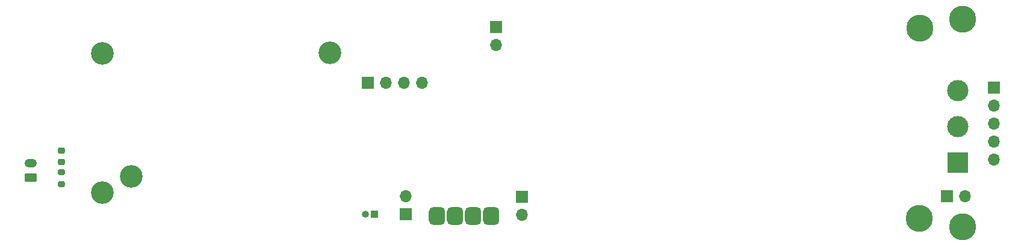
<source format=gbr>
%TF.GenerationSoftware,KiCad,Pcbnew,8.0.0*%
%TF.CreationDate,2024-09-10T23:58:07-07:00*%
%TF.ProjectId,sled,736c6564-2e6b-4696-9361-645f70636258,rev?*%
%TF.SameCoordinates,Original*%
%TF.FileFunction,Soldermask,Top*%
%TF.FilePolarity,Negative*%
%FSLAX46Y46*%
G04 Gerber Fmt 4.6, Leading zero omitted, Abs format (unit mm)*
G04 Created by KiCad (PCBNEW 8.0.0) date 2024-09-10 23:58:07*
%MOMM*%
%LPD*%
G01*
G04 APERTURE LIST*
G04 Aperture macros list*
%AMRoundRect*
0 Rectangle with rounded corners*
0 $1 Rounding radius*
0 $2 $3 $4 $5 $6 $7 $8 $9 X,Y pos of 4 corners*
0 Add a 4 corners polygon primitive as box body*
4,1,4,$2,$3,$4,$5,$6,$7,$8,$9,$2,$3,0*
0 Add four circle primitives for the rounded corners*
1,1,$1+$1,$2,$3*
1,1,$1+$1,$4,$5*
1,1,$1+$1,$6,$7*
1,1,$1+$1,$8,$9*
0 Add four rect primitives between the rounded corners*
20,1,$1+$1,$2,$3,$4,$5,0*
20,1,$1+$1,$4,$5,$6,$7,0*
20,1,$1+$1,$6,$7,$8,$9,0*
20,1,$1+$1,$8,$9,$2,$3,0*%
G04 Aperture macros list end*
%ADD10R,1.700000X1.700000*%
%ADD11O,1.700000X1.700000*%
%ADD12R,3.000000X3.000000*%
%ADD13C,3.000000*%
%ADD14C,3.800000*%
%ADD15RoundRect,0.200000X-0.275000X0.200000X-0.275000X-0.200000X0.275000X-0.200000X0.275000X0.200000X0*%
%ADD16C,3.200000*%
%ADD17RoundRect,0.250000X0.625000X-0.350000X0.625000X0.350000X-0.625000X0.350000X-0.625000X-0.350000X0*%
%ADD18O,1.750000X1.200000*%
%ADD19RoundRect,0.571500X-0.571500X-0.678500X0.571500X-0.678500X0.571500X0.678500X-0.571500X0.678500X0*%
%ADD20RoundRect,0.218750X-0.256250X0.218750X-0.256250X-0.218750X0.256250X-0.218750X0.256250X0.218750X0*%
%ADD21R,1.000000X1.000000*%
%ADD22O,1.000000X1.000000*%
G04 APERTURE END LIST*
D10*
%TO.C,REF\u002A\u002A*%
X245033800Y-54559200D03*
D11*
X245033800Y-57099200D03*
X245033800Y-59639200D03*
X245033800Y-62179200D03*
X245033800Y-64719200D03*
%TD*%
D10*
%TO.C,SW2*%
X162306000Y-72395000D03*
D11*
X162306000Y-69855000D03*
%TD*%
D12*
%TO.C,SW5*%
X239992358Y-65114474D03*
D13*
X239992358Y-60034474D03*
X239992358Y-54954474D03*
%TD*%
D10*
%TO.C,J1*%
X175006000Y-45974000D03*
D11*
X175006000Y-48514000D03*
%TD*%
D14*
%TO.C,H9*%
X234518200Y-72999600D03*
%TD*%
D15*
%TO.C,R2*%
X113919000Y-66485000D03*
X113919000Y-68135000D03*
%TD*%
D14*
%TO.C,H4*%
X240690400Y-44856400D03*
%TD*%
D16*
%TO.C,H5*%
X151685016Y-49637467D03*
%TD*%
%TO.C,H3*%
X119670447Y-69353650D03*
%TD*%
D17*
%TO.C,BT3*%
X109575000Y-67209000D03*
D18*
X109575000Y-65209000D03*
%TD*%
D10*
%TO.C,LYRA1*%
X156982000Y-53848000D03*
D11*
X159522000Y-53848000D03*
X162062000Y-53848000D03*
X164602000Y-53848000D03*
%TD*%
D10*
%TO.C,J2*%
X238450200Y-69855000D03*
D11*
X240990200Y-69855000D03*
%TD*%
D16*
%TO.C,H1*%
X119634000Y-49682400D03*
%TD*%
D10*
%TO.C,SW1*%
X178689000Y-69977000D03*
D11*
X178689000Y-72517000D03*
%TD*%
D16*
%TO.C,H2*%
X123706763Y-67109060D03*
%TD*%
D19*
%TO.C,J3*%
X166725600Y-72644000D03*
X169291000Y-72644000D03*
X171831000Y-72644000D03*
X174371000Y-72644000D03*
%TD*%
D20*
%TO.C,D2*%
X113919000Y-63474500D03*
X113919000Y-65049500D03*
%TD*%
D14*
%TO.C,H8*%
X240690400Y-74168000D03*
%TD*%
%TO.C,H11*%
X234619800Y-46126400D03*
%TD*%
D21*
%TO.C,BT2*%
X157891000Y-72390000D03*
D22*
X156621000Y-72390000D03*
%TD*%
M02*

</source>
